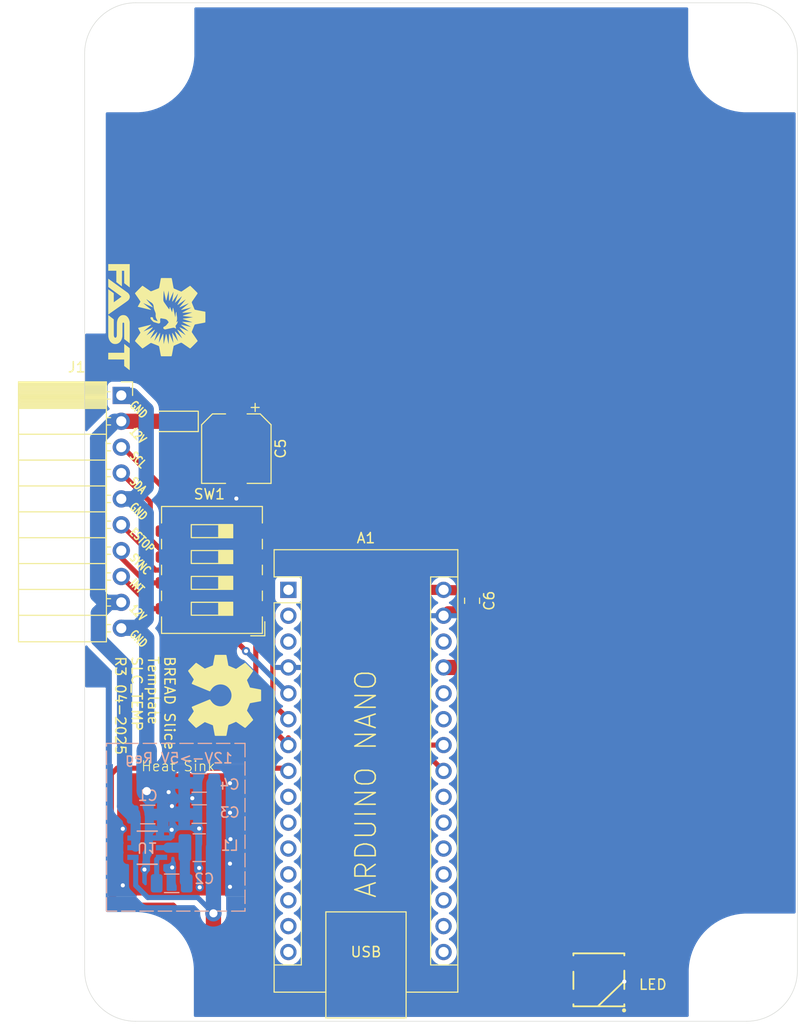
<source format=kicad_pcb>
(kicad_pcb (version 20241229) (generator "pcbnew") (generator_version "9.0")
  (layers (0 "F.Cu" signal) (2 "B.Cu" signal) (13 "F.Paste" user) (15 "B.Paste" user) (5 "F.SilkS" user "F.Silkscreen") (7 "B.SilkS" user "B.Silkscreen") (1 "F.Mask" user) (3 "B.Mask" user) (25 "Edge.Cuts" user))
  (net 0 "")
  (net 3 "GND")
  (net 4 "+12V")
  (net 5 "+5V")
  (net 6 "Net-(U1-SW)")
  (net 7 "Net-(U1-BST)")
  (net 8 "GNDPWR")
  (net 9 "/slice_template/D6")
  (net 10 "/slice_template/D13{slash}SCK")
  (net 11 "/slice_template/D9")
  (net 12 "/slice_template/A2")
  (net 13 "/slice_template/A3")
  (net 14 "/slice_template/D12{slash}MISO")
  (net 15 "/slice_template/LED")
  (net 16 "/slice_template/D7")
  (net 17 "/slice_template/VIN")
  (net 18 "/slice_template/~{RESET}")
  (net 19 "/slice_template/A1")
  (net 20 "/slice_template/I2C_DAT{slash}A4")
  (net 21 "/slice_template/AREF")
  (net 22 "/slice_template/A7")
  (net 23 "/slice_template/I2C_CLK{slash}A5")
  (net 24 "/slice_template/D11{slash}MOSI")
  (net 25 "/slice_template/A6")
  (net 26 "/slice_template/SYNC{slash}CAN_{INT}")
  (net 27 "/slice_template/INT{slash}CAN_{CS}")
  (net 28 "/slice_template/3V3")
  (net 29 "/slice_template/D10")
  (net 30 "/slice_template/ESTOP")
  (net 31 "/slice_template/D8")
  (net 32 "/slice_template/A0")
  (net 34 "/slice_template/I2C_CLK")
  (net 35 "/slice_template/INT")
  (net 36 "/slice_template/I2C_DAT")
  (net 37 "/slice_template/SYNC")
  (footprint "" (layer "F.Cu") (at 137.5 86.275)
    (property "Reference" "" (at 0 0 0) (layer "F.SilkS") (effects (font (size 1.27 1.27))))
    (property "Value" "")
    (pad "2" smd roundrect (at 0 0 270) (size 3.5 1.6) (layers "F.Cu" "F.Mask" "F.Paste") (roundrect_rratio 0.15625) (net 3 "GND"))
  )
  (footprint "MountingHole:MountingHole_5mm" (layer "F.Cu") (at 127.6 134.8)
    (property "Reference" "H2" (hide yes))
    (property "Value" "MountingHole" (hide yes))
    (pad "" np_thru_hole circle (at 0 0) (size 5 5) (drill 5) (layers "*.Cu" "*.Mask"))
  )
  (footprint "Diode_SMD:D_SOD-123F" (layer "F.Cu") (at 131.55 80.9 180)
    (property "Reference" "D1" (hide yes))
    (property "Value" "1N4007")
    (pad "1" smd roundrect (at -1.4 0 180) (size 1.1 1.1) (layers "F.Cu" "F.Mask" "F.Paste") (roundrect_rratio 0.2272727273) (net 17 "/slice_template/VIN"))
    (pad "2" smd roundrect (at 1.4 0 180) (size 1.1 1.1) (layers "F.Cu" "F.Mask" "F.Paste") (roundrect_rratio 0.2272727273) (net 4 "+12V"))
  )
  (footprint "Capacitor_SMD:CP_Elec_6.3x7.7" (layer "F.Cu") (at 137.5 83.575 -90)
    (property "Reference" "C5" (at 0 -4.35 90) (layer "F.SilkS"))
    (property "Value" "47u 25V")
    (pad "1" smd roundrect (at -2.7 0 270) (size 3.5 1.6) (layers "F.Cu" "F.Mask" "F.Paste") (roundrect_rratio 0.15625) (net 17 "/slice_template/VIN"))
    (pad "2" smd roundrect (at 2.7 0 270) (size 3.5 1.6) (layers "F.Cu" "F.Mask" "F.Paste") (roundrect_rratio 0.15625) (net 3 "GND"))
  )
  (footprint "kml-custom:WS2812-5050-4PIN" (layer "F.Cu") (at 173.1 135.732769)
    (property "Reference" "D2")
    (property "Value" "WS2812B_5050")
    (pad "1" smd rect (at -2.577 -1.6) (size 1.651 1) (layers "F.Cu" "F.Mask" "F.Paste") (net 5 "+5V"))
    (pad "2" smd rect (at -2.577 1.6) (size 1.651 1) (layers "F.Cu" "F.Mask" "F.Paste"))
    (pad "3" smd rect (at 2.577 1.6) (size 1.651 1) (layers "F.Cu" "F.Mask" "F.Paste") (net 3 "GND"))
    (pad "4" smd rect (at 2.577 -1.6) (size 1.651 1) (layers "F.Cu" "F.Mask" "F.Paste") (net 15 "/slice_template/LED"))
  )
  (footprint "kml-custom:Arduino_Nano_Headers" (layer "F.Cu") (at 142.61 97.44)
    (property "Reference" "A1" (at 7.62 -5.08 0) (layer "F.SilkS"))
    (property "Value" "Arduino_Nano_v3.x")
    (fp_text user "USB" (at 7.62 35.56 0) (layer "F.SilkS"))
    (pad "1" thru_hole rect (at 0 0) (size 1.6 1.6) (drill 1) (layers "*.Cu" "*.Mask"))
    (pad "2" thru_hole oval (at 0 2.54) (size 1.6 1.6) (drill 1) (layers "*.Cu" "*.Mask"))
    (pad "3" thru_hole oval (at 0 5.08) (size 1.6 1.6) (drill 1) (layers "*.Cu" "*.Mask"))
    (pad "4" thru_hole oval (at 0 7.62) (size 1.6 1.6) (drill 1) (layers "*.Cu" "*.Mask") (net 3 "GND"))
    (pad "5" thru_hole oval (at 0 10.16) (size 1.6 1.6) (drill 1) (layers "*.Cu" "*.Mask") (net 30 "/slice_template/ESTOP"))
    (pad "6" thru_hole oval (at 0 12.7) (size 1.6 1.6) (drill 1) (layers "*.Cu" "*.Mask") (net 26 "/slice_template/SYNC{slash}CAN_{INT}"))
    (pad "7" thru_hole oval (at 0 15.24) (size 1.6 1.6) (drill 1) (layers "*.Cu" "*.Mask") (net 27 "/slice_template/INT{slash}CAN_{CS}"))
    (pad "8" thru_hole oval (at 0 17.78) (size 1.6 1.6) (drill 1) (layers "*.Cu" "*.Mask") (net 15 "/slice_template/LED"))
    (pad "9" thru_hole oval (at 0 20.32) (size 1.6 1.6) (drill 1) (layers "*.Cu" "*.Mask") (net 9 "/slice_template/D6"))
    (pad "10" thru_hole oval (at 0 22.86) (size 1.6 1.6) (drill 1) (layers "*.Cu" "*.Mask") (net 16 "/slice_template/D7"))
    (pad "11" thru_hole oval (at 0 25.4) (size 1.6 1.6) (drill 1) (layers "*.Cu" "*.Mask") (net 31 "/slice_template/D8"))
    (pad "12" thru_hole oval (at 0 27.94) (size 1.6 1.6) (drill 1) (layers "*.Cu" "*.Mask") (net 11 "/slice_template/D9"))
    (pad "13" thru_hole oval (at 0 30.48) (size 1.6 1.6) (drill 1) (layers "*.Cu" "*.Mask") (net 29 "/slice_template/D10"))
    (pad "14" thru_hole oval (at 0 33.02) (size 1.6 1.6) (drill 1) (layers "*.Cu" "*.Mask") (net 24 "/slice_template/D11{slash}MOSI"))
    (pad "15" thru_hole oval (at 0 35.56) (size 1.6 1.6) (drill 1) (layers "*.Cu" "*.Mask") (net 14 "/slice_template/D12{slash}MISO"))
    (pad "16" thru_hole oval (at 15.24 35.56) (size 1.6 1.6) (drill 1) (layers "*.Cu" "*.Mask") (net 10 "/slice_template/D13{slash}SCK"))
    (pad "17" thru_hole oval (at 15.24 33.02) (size 1.6 1.6) (drill 1) (layers "*.Cu" "*.Mask") (net 28 "/slice_template/3V3"))
    (pad "18" thru_hole oval (at 15.24 30.48) (size 1.6 1.6) (drill 1) (layers "*.Cu" "*.Mask") (net 21 "/slice_template/AREF"))
    (pad "19" thru_hole oval (at 15.24 27.94) (size 1.6 1.6) (drill 1) (layers "*.Cu" "*.Mask") (net 32 "/slice_template/A0"))
    (pad "20" thru_hole oval (at 15.24 25.4) (size 1.6 1.6) (drill 1) (layers "*.Cu" "*.Mask") (net 19 "/slice_template/A1"))
    (pad "21" thru_hole oval (at 15.24 22.86) (size 1.6 1.6) (drill 1) (layers "*.Cu" "*.Mask") (net 12 "/slice_template/A2"))
    (pad "22" thru_hole oval (at 15.24 20.32) (size 1.6 1.6) (drill 1) (layers "*.Cu" "*.Mask") (net 13 "/slice_template/A3"))
    (pad "23" thru_hole oval (at 15.24 17.78) (size 1.6 1.6) (drill 1) (layers "*.Cu" "*.Mask") (net 20 "/slice_template/I2C_DAT{slash}A4"))
    (pad "24" thru_hole oval (at 15.24 15.24) (size 1.6 1.6) (drill 1) (layers "*.Cu" "*.Mask") (net 23 "/slice_template/I2C_CLK{slash}A5"))
    (pad "25" thru_hole oval (at 15.24 12.7) (size 1.6 1.6) (drill 1) (layers "*.Cu" "*.Mask") (net 25 "/slice_template/A6"))
    (pad "26" thru_hole oval (at 15.24 10.16) (size 1.6 1.6) (drill 1) (layers "*.Cu" "*.Mask") (net 22 "/slice_template/A7"))
    (pad "27" thru_hole oval (at 15.24 7.62) (size 1.6 1.6) (drill 1) (layers "*.Cu" "*.Mask") (net 5 "+5V"))
    (pad "28" thru_hole oval (at 15.24 5.08) (size 1.6 1.6) (drill 1) (layers "*.Cu" "*.Mask") (net 18 "/slice_template/~{RESET}"))
    (pad "29" thru_hole oval (at 15.24 2.54) (size 1.6 1.6) (drill 1) (layers "*.Cu" "*.Mask") (net 3 "GND"))
    (pad "30" thru_hole oval (at 15.24 0) (size 1.6 1.6) (drill 1) (layers "*.Cu" "*.Mask") (net 17 "/slice_template/VIN"))
  )
  (footprint "kml-custom:OSHW_Logo_8mm" (layer "F.Cu") (at 135.950001 107.8 -90)
    (property "Reference" "Ref**" (hide yes))
    (property "Value" "Val**" (hide yes))
  )
  (footprint "kml-custom:FAST-Logo-Medium" (layer "F.Cu") (at 130.1 70.3 -90)
    (property "Reference" "G***" (hide yes))
    (property "Value" "LOGO" (hide yes))
  )
  (footprint "MountingHole:MountingHole_5mm" (layer "F.Cu") (at 187.6 134.8)
    (property "Reference" "H4" (hide yes))
    (property "Value" "MountingHole" (hide yes))
    (pad "" np_thru_hole circle (at 0 0) (size 5 5) (drill 5) (layers "*.Cu" "*.Mask"))
  )
  (footprint "Capacitor_SMD:C_0805_2012Metric_Pad1.18x1.45mm_HandSolder" (layer "F.Cu") (at 160.65 98.5125 -90)
    (property "Reference" "C6" (at 0 -1.68 90) (layer "F.SilkS"))
    (property "Value" "0.1u")
    (pad "1" smd roundrect (at -1.0375 0 270) (size 1.175 1.45) (layers "F.Cu" "F.Mask" "F.Paste") (roundrect_rratio 0.212766) (net 17 "/slice_template/VIN"))
    (pad "2" smd roundrect (at 1.0375 0 270) (size 1.175 1.45) (layers "F.Cu" "F.Mask" "F.Paste") (roundrect_rratio 0.212766) (net 3 "GND"))
  )
  (footprint "MountingHole:MountingHole_5mm" (layer "F.Cu") (at 127.6 44.8)
    (property "Reference" "H1" (hide yes))
    (property "Value" "MountingHole" (hide yes))
    (pad "" np_thru_hole circle (at 0 0) (size 5 5) (drill 5) (layers "*.Cu" "*.Mask"))
  )
  (footprint "Connector_PinSocket_2.54mm:PinSocket_1x10_P2.54mm_Horizontal" (layer "F.Cu") (at 126.2 78.35)
    (property "Reference" "J1" (at -4.38 -2.77 0) (layer "F.SilkS"))
    (property "Value" "Conn_01x10_Socket")
    (pad "1" thru_hole rect (at 0 0) (size 1.7 1.7) (drill 1) (layers "*.Cu" "*.Mask") (net 8 "GNDPWR"))
    (pad "2" thru_hole circle (at 0 2.54) (size 1.7 1.7) (drill 1) (layers "*.Cu" "*.Mask") (net 4 "+12V"))
    (pad "3" thru_hole circle (at 0 5.08) (size 1.7 1.7) (drill 1) (layers "*.Cu" "*.Mask") (net 34 "/slice_template/I2C_CLK"))
    (pad "4" thru_hole circle (at 0 7.62) (size 1.7 1.7) (drill 1) (layers "*.Cu" "*.Mask") (net 36 "/slice_template/I2C_DAT"))
    (pad "5" thru_hole circle (at 0 10.16) (size 1.7 1.7) (drill 1) (layers "*.Cu" "*.Mask") (net 8 "GNDPWR"))
    (pad "6" thru_hole circle (at 0 12.7) (size 1.7 1.7) (drill 1) (layers "*.Cu" "*.Mask") (net 30 "/slice_template/ESTOP"))
    (pad "7" thru_hole circle (at 0 15.24) (size 1.7 1.7) (drill 1) (layers "*.Cu" "*.Mask") (net 37 "/slice_template/SYNC"))
    (pad "8" thru_hole circle (at 0 17.78) (size 1.7 1.7) (drill 1) (layers "*.Cu" "*.Mask") (net 35 "/slice_template/INT"))
    (pad "9" thru_hole circle (at 0 20.32) (size 1.7 1.7) (drill 1) (layers "*.Cu" "*.Mask") (net 4 "+12V"))
    (pad "10" thru_hole circle (at 0 22.86) (size 1.7 1.7) (drill 1) (layers "*.Cu" "*.Mask") (net 8 "GNDPWR"))
  )
  (footprint "Button_Switch_SMD:SW_DIP_SPSTx04_Slide_9.78x12.34mm_W8.61mm_P2.54mm" (layer "F.Cu") (at 135.105 95.485 180)
    (property "Reference" "SW1" (at 0.255 7.435 0) (layer "F.SilkS"))
    (property "Value" "SW_DIP_x04")
    (pad "1" smd roundrect (at -4.305 -3.81 180) (size 2.44 1.12) (layers "F.Cu" "F.Mask" "F.Paste") (roundrect_rratio 0.223214) (net 27 "/slice_template/INT{slash}CAN_{CS}"))
    (pad "2" smd roundrect (at -4.305 -1.27 180) (size 2.44 1.12) (layers "F.Cu" "F.Mask" "F.Paste") (roundrect_rratio 0.223214) (net 26 "/slice_template/SYNC{slash}CAN_{INT}"))
    (pad "3" smd roundrect (at -4.305 1.27 180) (size 2.44 1.12) (layers "F.Cu" "F.Mask" "F.Paste") (roundrect_rratio 0.223214) (net 20 "/slice_template/I2C_DAT{slash}A4"))
    (pad "4" smd roundrect (at -4.305 3.81 180) (size 2.44 1.12) (layers "F.Cu" "F.Mask" "F.Paste") (roundrect_rratio 0.223214) (net 23 "/slice_template/I2C_CLK{slash}A5"))
    (pad "5" smd roundrect (at 4.305 3.81 180) (size 2.44 1.12) (layers "F.Cu" "F.Mask" "F.Paste") (roundrect_rratio 0.223214) (net 34 "/slice_template/I2C_CLK"))
    (pad "6" smd roundrect (at 4.305 1.27 180) (size 2.44 1.12) (layers "F.Cu" "F.Mask" "F.Paste") (roundrect_rratio 0.223214) (net 36 "/slice_template/I2C_DAT"))
    (pad "7" smd roundrect (at 4.305 -1.27 180) (size 2.44 1.12) (layers "F.Cu" "F.Mask" "F.Paste") (roundrect_rratio 0.223214) (net 37 "/slice_template/SYNC"))
    (pad "8" smd roundrect (at 4.305 -3.81 180) (size 2.44 1.12) (layers "F.Cu" "F.Mask" "F.Paste") (roundrect_rratio 0.223214) (net 35 "/slice_template/INT"))
  )
  (footprint "MountingHole:MountingHole_5mm" (layer "F.Cu") (at 187.6 44.8)
    (property "Reference" "H3" (hide yes))
    (property "Value" "MountingHole" (hide yes))
    (pad "" np_thru_hole circle (at 0 0) (size 5 5) (drill 5) (layers "*.Cu" "*.Mask"))
  )
  (footprint "kml-custom:Thermal Pad" (layer "F.Cu") (at 131.8 121.45)
    (property "Reference" "HS1")
    (property "Value" "Heatsink_Pad")
    (fp_text user "Heat Sink" (at 0 -6.7 0) (layer "F.SilkS") (effects (font (thickness 0.1))))
    (pad "1" smd roundrect (at 0 0) (size 12 12) (layers "F.Cu" "F.Mask" "F.Paste") (roundrect_rratio 0.08333333333) (net 3 "GND"))
  )
  (footprint "Capacitor_SMD:C_1206_3216Metric" (layer "B.Cu") (at 131.15 126.255 180)
    (property "Reference" "C2" (at -3.2 0.455 0) (layer "B.SilkS") (effects (justify mirror)))
    (property "Value" "100nF")
    (pad "1" smd roundrect (at -1.475 0 180) (size 1.15 1.8) (layers "B.Cu" "B.Mask" "B.Paste") (roundrect_rratio 0.217391) (net 6 "Net-(U1-SW)"))
    (pad "2" smd roundrect (at 1.475 0 180) (size 1.15 1.8) (layers "B.Cu" "B.Mask" "B.Paste") (roundrect_rratio 0.217391) (net 7 "Net-(U1-BST)"))
  )
  (footprint "Capacitor_SMD:C_1206_3216Metric" (layer "B.Cu") (at 133.85 116.4)
    (property "Reference" "C4" (at 3 0.15 0) (layer "B.SilkS") (effects (justify mirror)))
    (property "Value" "22uF")
    (pad "1" smd roundrect (at -1.475 0) (size 1.15 1.8) (layers "B.Cu" "B.Mask" "B.Paste") (roundrect_rratio 0.217391) (net 3 "GND"))
    (pad "2" smd roundrect (at 1.475 0) (size 1.15 1.8) (layers "B.Cu" "B.Mask" "B.Paste") (roundrect_rratio 0.217391) (net 5 "+5V"))
  )
  (footprint "kml-custom:SOIC_05WU-7_DIO-M" (layer "B.Cu") (at 128.75 122.755)
    (property "Reference" "U1" (at 0 0 180) (layer "B.SilkS") (effects (justify mirror)))
    (property "Value" "AP63205")
    (pad "1" smd rect (at -1.40335 0.950001) (size 1.1049 0.508) (layers "B.Cu" "B.Mask" "B.Paste") (net 5 "+5V"))
    (pad "2" smd rect (at -1.40335 0) (size 1.1049 0.508) (layers "B.Cu" "B.Mask" "B.Paste") (net 4 "+12V"))
    (pad "3" smd rect (at -1.40335 -0.950001) (size 1.1049 0.508) (layers "B.Cu" "B.Mask" "B.Paste") (net 4 "+12V"))
    (pad "4" smd rect (at 1.40335 -0.950001) (size 1.1049 0.508) (layers "B.Cu" "B.Mask" "B.Paste") (net 3 "GND"))
    (pad "5" smd rect (at 1.40335 0) (size 1.1049 0.508) (layers "B.Cu" "B.Mask" "B.Paste") (net 6 "Net-(U1-SW)"))
    (pad "6" smd rect (at 1.40335 0.950001) (size 1.1049 0.508) (layers "B.Cu" "B.Mask" "B.Paste") (net 7 "Net-(U1-BST)"))
  )
  (footprint "NetTie:NetTie-2_SMD_Pad2.0mm" (layer "B.Cu") (at 128.7 115.2 90)
    (property "Reference" "NT1" (hide yes))
    (property "Value" "NetTie_2" (hide yes))
    (fp_poly (pts (xy -2 1) (xy 2 1) (xy 2 -1) (xy -2 -1)) (fill yes) (layer "B.Cu"))
    (pad "1" smd circle (at -2 0 90) (size 2 2) (layers "B.Cu") (net 3 "GND"))
    (pad "2" smd circle (at 2 0 90) (size 2 2) (layers "B.Cu") (net 8 "GNDPWR"))
  )
  (footprint "Capacitor_SMD:C_1206_3216Metric" (layer "B.Cu") (at 133.85 119.455)
    (property "Reference" "C3" (at 3 -0.155 0) (layer "B.SilkS") (effects (justify mirror)))
    (property "Value" "22uF")
    (pad "1" smd roundrect (at -1.475 0) (size 1.15 1.8) (layers "B.Cu" "B.Mask" "B.Paste") (roundrect_rratio 0.217391) (net 3 "GND"))
    (pad "2" smd roundrect (at 1.475 0) (size 1.15 1.8) (layers "B.Cu" "B.Mask" "B.Paste") (roundrect_rratio 0.217391) (net 5 "+5V"))
  )
  (footprint "Capacitor_SMD:C_1206_3216Metric" (layer "B.Cu") (at 128.8 119.5 180)
    (property "Reference" "C1" (at 0 1.85 0) (layer "B.SilkS") (effects (justify mirror)))
    (property "Value" "10u")
    (pad "1" smd roundrect (at -1.475 0 180) (size 1.15 1.8) (layers "B.Cu" "B.Mask" "B.Paste") (roundrect_rratio 0.217391) (net 3 "GND"))
    (pad "2" smd roundrect (at 1.475 0 180) (size 1.15 1.8) (layers "B.Cu" "B.Mask" "B.Paste") (roundrect_rratio 0.217391) (net 4 "+12V"))
  )
  (footprint "Inductor_SMD:L_1210_3225Metric" (layer "B.Cu") (at 133.85 122.755)
    (property "Reference" "L1" (at 3 -0.205 180) (layer "B.SilkS") (effects (justify mirror)))
    (property "Value" "4.7uH")
    (pad "1" smd roundrect (at -1.4 0) (size 1.25 2.65) (layers "B.Cu" "B.Mask" "B.Paste") (roundrect_rratio 0.2) (net 6 "Net-(U1-SW)"))
    (pad "2" smd roundrect (at 1.4 0) (size 1.25 2.65) (layers "B.Cu" "B.Mask" "B.Paste") (roundrect_rratio 0.2) (net 5 "+5V"))
  )
  (gr_rect (start 124.75 112.516) (end 138.35 128.984) (stroke (width 0.12) (type dash)) (fill no) (layer "B.SilkS"))
  (gr_line (start 192.6 44.8) (end 192.6 94.8) (stroke (width 0.05)) (layer "Edge.Cuts"))
  (gr_arc (start 187.6 39.8) (mid 191.135534 41.264466) (end 192.6 44.8) (stroke (width 0.05)) (layer "Edge.Cuts"))
  (gr_arc (start 192.6 134.8) (mid 191.135534 138.335534) (end 187.6 139.8) (stroke (width 0.05)) (layer "Edge.Cuts"))
  (gr_line (start 152.6 39.8) (end 187.6 39.8) (stroke (width 0.05)) (layer "Edge.Cuts"))
  (gr_arc (start 122.6 44.8) (mid 124.064466 41.264466) (end 127.6 39.8) (stroke (width 0.05)) (layer "Edge.Cuts"))
  (gr_line (start 192.6 94.8) (end 192.6 134.8) (stroke (width 0.05)) (layer "Edge.Cuts"))
  (gr_line (start 122.6 134.8) (end 122.6 44.8) (stroke (width 0.05)) (layer "Edge.Cuts"))
  (gr_line (start 127.6 39.8) (end 152.6 39.8) (stroke (width 0.05)) (layer "Edge.Cuts"))
  (gr_arc (start 127.6 139.8) (mid 124.064466 138.335534) (end 122.6 134.8) (stroke (width 0.05)) (layer "Edge.Cuts"))
  (gr_line (start 127.6 139.8) (end 187.6 139.8) (stroke (width 0.05)) (layer "Edge.Cuts"))
  (gr_text "GND" (at 127.51 88.69 315) (layer "F.SilkS") (effects (font (size 0.8 0.6)) (justify left top)))
  (gr_text "LED" (at 178.4 136.2 0) (layer "F.SilkS") (effects (font (size 1 1))))
  (gr_text "12V" (at 127.51 98.69 315) (layer "F.SilkS") (effects (font (size 0.8 0.6)) (justify left top)))
  (gr_text "SYNC" (at 127.51 93.69 315) (layer "F.SilkS") (effects (font (size 0.8 0.6)) (justify left top)))
  (gr_text "GND" (at 127.51 101.19 315) (layer "F.SilkS") (effects (font (size 0.8 0.6)) (justify left top)))
  (gr_text "BREAD Slice\nTemplate\nSLC_TEMP\nR3 04-2025" (at 128.525 103.875 270) (layer "F.SilkS") (effects (font (size 1 1)) (justify left)))
  (gr_text "GND" (at 127.51 78.69 315) (layer "F.SilkS") (effects (font (size 0.8 0.6)) (justify left top)))
  (gr_text "ESTOP" (at 127.51 91.19 315) (layer "F.SilkS") (effects (font (size 0.8 0.6)) (justify left top)))
  (gr_text "INT" (at 127.51 96.19 315) (layer "F.SilkS") (effects (font (size 0.8 0.6)) (justify left top)))
  (gr_text "SDA" (at 127.51 86.19 315) (layer "F.SilkS") (effects (font (size 0.8 0.6)) (justify left top)))
  (gr_text "SCL" (at 127.51 83.69 315) (layer "F.SilkS") (effects (font (size 0.8 0.6)) (justify left top)))
  (gr_text "ARDUINO NANO" (at 150.22 116.49 90) (layer "F.SilkS") (effects (font (size 2 2))))
  (gr_text "12V" (at 127.51 81.286 315) (layer "F.SilkS") (effects (font (size 0.8 0.6)) (justify left top)))
  (gr_text "12V->5V Reg" (at 131.85 114.555 0) (layer "B.SilkS") (effects (font (size 1 1)) (justify bottom mirror)))
  (segment (start 160.65 99.55) (end 158.28 99.55) (width 1) (layer "F.Cu") (net 3))
  (segment (start 175.6 135.9) (end 175.6 137.255769) (width 0.5) (layer "F.Cu") (net 3))
  (segment (start 137.5 86.275) (end 137.5 88.475) (width 1) (layer "F.Cu") (net 3))
  (segment (start 158.28 99.55) (end 157.85 99.98) (width 1) (layer "F.Cu") (net 3))
  (via (at 133.85 120.875) (size 0.8) (drill 0.4) (layers "F.Cu" "B.Cu") (net 3))
  (via (at 133.85 124.75) (size 0.8) (drill 0.4) (layers "F.Cu" "B.Cu") (net 3))
  (via (at 136.875 116.425) (size 0.8) (drill 0.4) (layers "F.Cu" "B.Cu") (net 3))
  (via (at 126.35 126.455) (size 0.8) (drill 0.4) (layers "F.Cu" "B.Cu") (net 3))
  (via (at 130.85 117.3) (size 0.8) (drill 0.4) (layers "F.Cu" "B.Cu") (net 3))
  (via (at 128.7 117.2) (size 1.6) (drill 0.8) (layers "F.Cu" "B.Cu") (net 3))
  (via (at 136.875 126.6) (size 0.8) (drill 0.4) (layers "F.Cu" "B.Cu") (net 3))
  (via (at 131.175 118.675) (size 0.8) (drill 0.4) (layers "F.Cu" "B.Cu") (net 3))
  (via (at 133.175 117.9) (size 0.8) (drill 0.4) (layers "F.Cu" "B.Cu") (net 3))
  (via (at 136.925 121.92) (size 0.8) (drill 0.4) (layers "F.Cu" "B.Cu") (net 3))
  (via (at 133.9 126.65) (size 0.8) (drill 0.4) (layers "F.Cu" "B.Cu") (net 3))
  (via (at 175.6 135.9) (size 0.8) (drill 0.4) (layers "F.Cu" "B.Cu") (net 3))
  (via (at 137.5 88.475) (size 0.8) (drill 0.4) (layers "F.Cu" "B.Cu") (net 3))
  (via (at 136.875 124.325) (size 0.8) (drill 0.4) (layers "F.Cu" "B.Cu") (net 3))
  (via (at 126.35 120.9) (size 0.8) (drill 0.4) (layers "F.Cu" "B.Cu") (net 3))
  (via (at 136.875 119.325) (size 0.8) (drill 0.4) (layers "F.Cu" "B.Cu") (net 3))
  (via (at 131.15 121) (size 0.8) (drill 0.4) (layers "F.Cu" "B.Cu") (net 3))
  (via (at 131.2 124.7) (size 0.8) (drill 0.4) (layers "F.Cu" "B.Cu") (net 3))
  (via (at 128.475 124.9) (size 0.8) (drill 0.4) (layers "F.Cu" "B.Cu") (net 3))
  (segment (start 128.7 117.2) (end 129.375 117.2) (width 1) (layer "B.Cu") (net 3))
  (segment (start 129.8875 121.805) (end 128.8 121.805) (width 0.5) (layer "B.Cu") (net 3))
  (segment (start 128.8 121.805) (end 128.75 121.855) (width 0.5) (layer "B.Cu") (net 3))
  (segment (start 130.32 119.455) (end 132.375 119.455) (width 1.5) (layer "B.Cu") (net 3))
  (segment (start 131.105 120.955) (end 129.85 120.955) (width 0.5) (layer "B.Cu") (net 3))
  (segment (start 128.95 120.955) (end 128.75 121.155) (width 0.5) (layer "B.Cu") (net 3))
  (segment (start 128.75 124.625) (end 128.475 124.9) (width 0.5) (layer "B.Cu") (net 3))
  (segment (start 131 121.805) (end 131.15 121.655) (width 0.5) (layer "B.Cu") (net 3))
  (segment (start 129.85 121.7675) (end 129.8875 121.805) (width 0.5) (layer "B.Cu") (net 3))
  (segment (start 129.85 120.955) (end 128.95 120.955) (width 0.5) (layer "B.Cu") (net 3))
  (segment (start 130.85 115.725) (end 130.85 90.8) (width 1) (layer "B.Cu") (net 3))
  (segment (start 131.15 119.455) (end 131.15 120.255) (width 0.5) (layer "B.Cu") (net 3))
  (segment (start 131.15 119.455) (end 131.15 118.755) (width 0.5) (layer "B.Cu") (net 3))
  (segment (start 133.175 88.475) (end 137.5 88.475) (width 1) (layer "B.Cu") (net 3))
  (segment (start 128.75 121.855) (end 128.75 124.625) (width 0.5) (layer "B.Cu") (net 3))
  (segment (start 131.15 121) (end 131.105 120.955) (width 0.5) (layer "B.Cu") (net 3))
  (segment (start 130.85 90.8) (end 133.175 88.475) (width 1) (layer "B.Cu") (net 3))
  (segment (start 128.75 121.155) (end 128.75 121.855) (width 0.5) (layer "B.Cu") (net 3))
  (segment (start 131.15 121.655) (end 131.15 120.255) (width 0.5) (layer "B.Cu") (net 3))
  (segment (start 129.375 117.2) (end 130.85 115.725) (width 1) (layer "B.Cu") (net 3))
  (segment (start 130.275 119.5) (end 130.32 119.455) (width 1.5) (layer "B.Cu") (net 3))
  (segment (start 129.8875 121.805) (end 131 121.805) (width 0.5) (layer "B.Cu") (net 3))
  (segment (start 129.85 120.955) (end 129.85 121.7675) (width 0.5) (layer "B.Cu") (net 3))
  (segment (start 131.15 121) (end 131.15 120.255) (width 0.5) (layer "B.Cu") (net 3))
  (segment (start 126.2 80.89) (end 130.14 80.89) (width 1.5) (layer "F.Cu") (net 4))
  (segment (start 130.14 80.89) (end 130.15 80.9) (width 1.5) (layer "F.Cu") (net 4))
  (segment (start 123.95 102.3) (end 126.525 104.875) (width 1.5) (layer "B.Cu") (net 4))
  (segment (start 126.525 118.7) (end 127.325 119.5) (width 1.5) (layer "B.Cu") (net 4))
  (segment (start 126.2 80.89) (end 125.56 80.89) (width 1.5) (layer "B.Cu") (net 4))
  (segment (start 125.005 98.67) (end 123.95 99.725) (width 1.5) (layer "B.Cu") (net 4))
  (segment (start 126.2 98.67) (end 125.005 98.67) (width 1.5) (layer "B.Cu") (net 4))
  (segment (start 127.6125 119.7875) (end 127.325 119.5) (width 1) (layer "B.Cu") (net 4))
  (segment (start 127.6125 121.805) (end 127.6125 122.705) (width 0.9) (layer "B.Cu") (net 4))
  (segment (start 127.6125 121.805) (end 127.6125 119.7875) (width 1) (layer "B.Cu") (net 4))
  (segment (start 124.62 98.67) (end 126.2 98.67) (width 1.5) (layer "B.Cu") (net 4))
  (segment (start 123.875 82.575) (end 123.875 97.925) (width 1.5) (layer "B.Cu") (net 4))
  (segment (start 126.525 104.875) (end 126.525 118.7) (width 1.5) (layer "B.Cu") (net 4))
  (segment (start 123.875 97.925) (end 124.62 98.67) (width 1.5) (layer "B.Cu") (net 4))
  (segment (start 123.95 99.725) (end 123.95 102.3) (width 1.5) (layer "B.Cu") (net 4))
  (segment (start 125.56 80.89) (end 123.875 82.575) (width 1.5) (layer "B.Cu") (net 4))
  (segment (start 168.25 133.8) (end 168.25 109.6) (width 1.5) (layer "F.Cu") (net 5))
  (segment (start 135.25 133.25) (end 139.85 137.85) (width 1.5) (layer "F.Cu") (net 5))
  (segment (start 135.25 129.2) (end 135.25 133.25) (width 1.5) (layer "F.Cu") (net 5))
  (segment (start 170.532769 134.132769) (end 170.523 134.132769) (width 0.5) (layer "F.Cu") (net 5))
  (segment (start 164.2 137.85) (end 168.25 133.8) (width 1.5) (layer "F.Cu") (net 5))
  (segment (start 163.71 105.06) (end 157.85 105.06) (width 1.5) (layer "F.Cu") (net 5))
  (segment (start 157.83 105.06) (end 157.85 105.06) (width 1.5) (layer "F.Cu") (net 5))
  (segment (start 168.582769 134.132769) (end 170.523 134.132769) (width 0.5) (layer "F.Cu") (net 5))
  (segment (start 139.85 137.85) (end 164.2 137.85) (width 1.5) (layer "F.Cu") (net 5))
  (segment (start 168.25 109.6) (end 163.71 105.06) (width 1.5) (layer "F.Cu") (net 5))
  (segment (start 168.25 133.8) (end 168.582769 134.132769) (width 0.5) (layer "F.Cu") (net 5))
  (via (at 135.25 129.2) (size 1.6) (drill 0.8) (layers "F.Cu" "B.Cu") (net 5))
  (segment (start 135.3 116.48) (end 135.3 119.43) (width 1.5) (layer "B.Cu") (net 5))
  (segment (start 135.3 119.43) (end 135.325 119.455) (width 1.5) (layer "B.Cu") (net 5))
  (segment (start 135.25 129.2) (end 133.7 127.65) (width 0.5) (layer "B.Cu") (net 5))
  (segment (start 127.6125 126.4625) (end 127.6125 123.705) (width 0.5) (layer "B.Cu") (net 5))
  (segment (start 128.8 127.65) (end 127.6125 126.4625) (width 0.5) (layer "B.Cu") (net 5))
  (segment (start 135.3 119.48) (end 135.3 122.705) (width 1.5) (layer "B.Cu") (net 5))
  (segment (start 133.7 127.65) (end 128.8 127.65) (width 0.5) (layer "B.Cu") (net 5))
  (segment (start 135.325 122.68) (end 135.25 122.755) (width 1) (layer "B.Cu") (net 5))
  (segment (start 135.25 129.2) (end 135.25 122.755) (width 1.5) (layer "B.Cu") (net 5))
  (segment (start 158.03 105.24) (end 157.85 105.06) (width 0.5) (layer "B.Cu") (net 5))
  (segment (start 135.325 119.455) (end 135.3 119.48) (width 1.5) (layer "B.Cu") (net 5))
  (segment (start 135.3 122.705) (end 135.25 122.755) (width 1.5) (layer "B.Cu") (net 5))
  (segment (start 132.45 126.08) (end 132.625 126.255) (width 1) (layer "B.Cu") (net 6))
  (segment (start 132.45 122.755) (end 130.806238 122.755) (width 1) (layer "B.Cu") (net 6))
  (segment (start 132.45 122.755) (end 132.45 126.08) (width 1) (layer "B.Cu") (net 6))
  (segment (start 129.675 123.9175) (end 129.8875 123.705) (width 0.5) (layer "B.Cu") (net 7))
  (segment (start 129.675 126.255) (end 129.675 123.9175) (width 0.5) (layer "B.Cu") (net 7))
  (segment (start 128.7 113.2) (end 128.7 102.2) (width 1.5) (layer "B.Cu") (net 8))
  (segment (start 128.65 87.325) (end 128.65 79.75) (width 1.5) (layer "B.Cu") (net 8))
  (segment (start 127.71 101.21) (end 126.2 101.21) (width 1.5) (layer "B.Cu") (net 8))
  (segment (start 126.2 88.51) (end 127.235 88.51) (width 1.5) (layer "B.Cu") (net 8))
  (segment (start 128.65 89.925) (end 128.65 100.27) (width 1.5) (layer "B.Cu") (net 8))
  (segment (start 128.7 102.2) (end 127.71 101.21) (width 1.5) (layer "B.Cu") (net 8))
  (segment (start 127.25 78.35) (end 126.2 78.35) (width 1.5) (layer "B.Cu") (net 8))
  (segment (start 127.795 101.125) (end 126.285 101.125) (width 1.5) (layer "B.Cu") (net 8))
  (segment (start 128.65 79.75) (end 127.25 78.35) (width 1.5) (layer "B.Cu") (net 8))
  (segment (start 127.235 88.51) (end 128.65 89.925) (width 1.5) (layer "B.Cu") (net 8))
  (segment (start 126.2 88.51) (end 127.465 88.51) (width 1.5) (layer "B.Cu") (net 8))
  (segment (start 127.465 88.51) (end 128.65 87.325) (width 1.5) (layer "B.Cu") (net 8))
  (segment (start 128.65 100.27) (end 127.795 101.125) (width 1.5) (layer "B.Cu") (net 8))
  (segment (start 126.285 101.125) (end 126.2 101.21) (width 1.5) (layer "B.Cu") (net 8))
  (segment (start 125.225 115.525) (end 125.8 114.95) (width 0.5) (layer "F.Cu") (net 15))
  (segment (start 142.34 114.95) (end 142.61 115.22) (width 0.5) (layer "F.Cu") (net 15))
  (segment (start 177 135.455769) (end 177 138.35) (width 0.5) (layer "F.Cu") (net 15))
  (segment (start 125.8 114.95) (end 142.34 114.95) (width 0.5) (layer "F.Cu") (net 15))
  (segment (start 131.3 128.4) (end 126.2 128.4) (width 0.5) (layer "F.Cu") (net 15))
  (segment (start 176.3 139.05) (end 139.352944 139.05) (width 0.5) (layer "F.Cu") (net 15))
  (segment (start 175.677 134.132769) (end 177 135.455769) (width 0.5) (layer "F.Cu") (net 15))
  (segment (start 125.225 127.425) (end 125.225 115.525) (width 0.5) (layer "F.Cu") (net 15))
  (segment (start 142.61 115.22) (end 142.69 115.22) (width 0.5) (layer "F.Cu") (net 15))
  (segment (start 134.05 131.15) (end 131.3 128.4) (width 0.5) (layer "F.Cu") (net 15))
  (segment (start 139.352944 139.05) (end 134.05 133.747056) (width 0.5) (layer "F.Cu") (net 15))
  (segment (start 134.05 133.747056) (end 134.05 131.15) (width 0.5) (layer "F.Cu") (net 15))
  (segment (start 177 138.35) (end 176.3 139.05) (width 0.5) (layer "F.Cu") (net 15))
  (segment (start 126.2 128.4) (end 125.225 127.425) (width 0.5) (layer "F.Cu") (net 15))
  (segment (start 160.65 97.475) (end 157.885 97.475) (width 1) (layer "F.Cu") (net 17))
  (segment (start 137.5 80.875) (end 154.065 97.44) (width 1) (layer "F.Cu") (net 17))
  (segment (start 132.95 80.9) (end 137.475 80.9) (width 1) (layer "F.Cu") (net 17))
  (segment (start 157.885 97.475) (end 157.85 97.44) (width 1) (layer "F.Cu") (net 17))
  (segment (start 154.065 97.44) (end 157.85 97.44) (width 1) (layer "F.Cu") (net 17))
  (segment (start 137.475 80.9) (end 137.5 80.875) (width 1) (layer "F.Cu") (net 17))
  (segment (start 157.867 97.457) (end 157.85 97.44) (width 1) (layer "B.Cu") (net 17))
  (segment (start 145.33 96.046364) (end 143.483636 94.2) (width 0.5) (layer "F.Cu") (net 20))
  (segment (start 145.33 102.7) (end 145.33 96.046364) (width 0.5) (layer "F.Cu") (net 20))
  (segment (start 143.483636 94.2) (end 139.425 94.2) (width 0.5) (layer "F.Cu") (net 20))
  (segment (start 139.425 94.2) (end 139.41 94.215) (width 0.5) (layer "F.Cu") (net 20))
  (segment (start 157.85 115.22) (end 145.33 102.7) (width 0.5) (layer "F.Cu") (net 20))
  (segment (start 146.05 102.3) (end 146.05 98.315) (width 0.5) (layer "F.Cu") (net 23))
  (segment (start 146.031 98.296) (end 146.031 95.756) (width 0.5) (layer "F.Cu") (net 23))
  (segment (start 146.05 98.315) (end 146.031 98.296) (width 0.5) (layer "F.Cu") (net 23))
  (segment (start 146.031 95.756) (end 141.95 91.675) (width 0.5) (layer "F.Cu") (net 23))
  (segment (start 157.85 112.68) (end 156.43 112.68) (width 0.5) (layer "F.Cu") (net 23))
  (segment (start 156.43 112.68) (end 146.05 102.3) (width 0.5) (layer "F.Cu") (net 23))
  (segment (start 141.95 91.675) (end 139.41 91.675) (width 0.5) (layer "F.Cu") (net 23))
  (segment (start 142.61 110) (end 142.61 110.14) (width 0.5) (layer "F.Cu") (net 26))
  (segment (start 139.41 96.755) (end 141.081 98.426) (width 0.5) (layer "F.Cu") (net 26))
  (segment (start 141.081 108.611) (end 142.61 110.14) (width 0.5) (layer "F.Cu") (net 26))
  (segment (start 141.081 98.426) (end 141.081 108.611) (width 0.5) (layer "F.Cu") (net 26))
  (segment (start 142.61 111.96) (end 142.61 112.68) (width 0.5) (layer "F.Cu") (net 27))
  (segment (start 139.41 99.295) (end 139.41 109.48) (width 0.5) (layer "F.Cu") (net 27))
  (segment (start 139.41 109.48) (end 142.61 112.68) (width 0.5) (layer "F.Cu") (net 27))
  (segment (start 129.55 95.5) (end 128.475 94.425) (width 0.5) (layer "F.Cu") (net 30))
  (segment (start 128.475 93.325) (end 126.2 91.05) (width 0.5) (layer "F.Cu") (net 30))
  (segment (start 132.075 95.5) (end 129.55 95.5) (width 0.5) (layer "F.Cu") (net 30))
  (segment (start 128.475 94.425) (end 128.475 93.325) (width 0.5) (layer "F.Cu") (net 30))
  (segment (start 142.15 107.6) (end 142.61 107.6) (width 0.5) (layer "F.Cu") (net 30))
  (segment (start 132.85 97.85) (end 132.85 96.275) (width 0.5) (layer "F.Cu") (net 30))
  (segment (start 126.2 91.05) (end 126.2 91.65) (width 0.5) (layer "F.Cu") (net 30))
  (segment (start 132.85 96.275) (end 132.075 95.5) (width 0.5) (layer "F.Cu") (net 30))
  (segment (start 138.45 103.45) (end 132.85 97.85) (width 0.5) (layer "F.Cu") (net 30))
  (via (at 138.45 103.45) (size 0.8) (drill 0.4) (layers "F.Cu" "B.Cu") (net 30))
  (segment (start 142.6 107.6) (end 142.61 107.6) (width 0.5) (layer "B.Cu") (net 30))
  (segment (start 138.45 103.45) (end 142.6 107.6) (width 0.5) (layer "B.Cu") (net 30))
  (segment (start 130.7 87.8) (end 126.33 83.43) (width 0.5) (layer "F.Cu") (net 34))
  (segment (start 130.7 91.675) (end 130.7 87.8) (width 0.5) (layer "F.Cu") (net 34))
  (segment (start 126.33 83.43) (end 126.2 83.43) (width 0.5) (layer "F.Cu") (net 34))
  (segment (start 126.2 96.13) (end 126.78 96.13) (width 0.5) (layer "F.Cu") (net 35))
  (segment (start 129.365 99.295) (end 130.8 99.295) (width 0.5) (layer "F.Cu") (net 35))
  (segment (start 126.2 96.13) (end 129.365 99.295) (width 0.5) (layer "F.Cu") (net 35))
  (segment (start 129.049 92.464) (end 129.049 88.819) (width 0.5) (layer "F.Cu") (net 36))
  (segment (start 130.72 94.135) (end 129.049 92.464) (width 0.5) (layer "F.Cu") (net 36))
  (segment (start 129.049 88.819) (end 126.2 85.97) (width 0.5) (layer "F.Cu") (net 36))
  (segment (start 128.664892 96.755) (end 126.2 94.290108) (width 0.5) (layer "F.Cu") (net 37))
  (segment (start 126.2 94.290108) (end 126.2 93.59) (width 0.5) (layer "F.Cu") (net 37))
  (segment (start 130.8 96.755) (end 128.664892 96.755) (width 0.5) (layer "F.Cu") (net 37))
  (zone (net 3) (net_name "GND") (layer "B.Cu") (priority 1) (connect_pads (clearance 0.4)) (min_thickness 0.25) (fill yes (thermal_gap 0.3) (thermal_bridge_width 3))
    (polygon (pts (xy 124.85 114.55) (xy 138.35 114.55) (xy 138.35 127.55) (xy 124.85 127.55)))
  )
  (zone (net 3) (net_name "GND") (layer "B.Cu") (connect_pads (clearance 0.5)) (min_thickness 0.25) (fill yes (thermal_gap 0.5) (thermal_bridge_width 0.5))
    (polygon (pts (xy 192.5 139.45) (xy 122.65 139.45) (xy 122.65 40.125) (xy 192.5 40.125)))
  )
)
</source>
